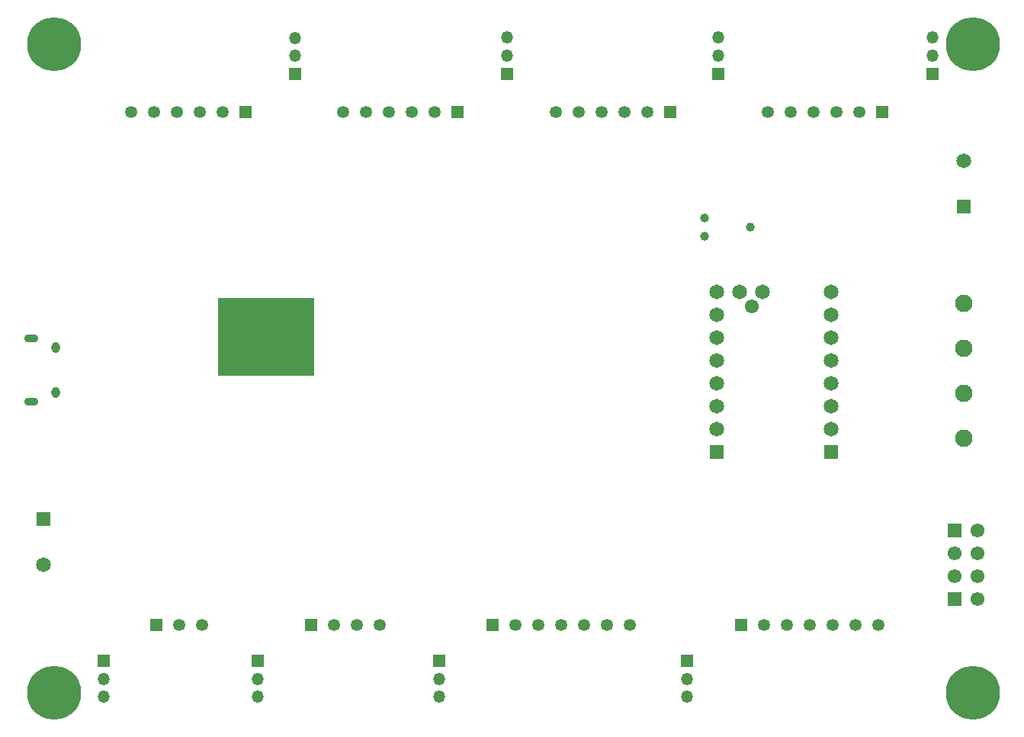
<source format=gbr>
%TF.GenerationSoftware,KiCad,Pcbnew,(5.1.10)-1*%
%TF.CreationDate,2021-08-30T20:13:54+03:00*%
%TF.ProjectId,STM32_Edge_Computing_Device,53544d33-325f-4456-9467-655f436f6d70,1.0*%
%TF.SameCoordinates,Original*%
%TF.FileFunction,Soldermask,Bot*%
%TF.FilePolarity,Negative*%
%FSLAX46Y46*%
G04 Gerber Fmt 4.6, Leading zero omitted, Abs format (unit mm)*
G04 Created by KiCad (PCBNEW (5.1.10)-1) date 2021-08-30 20:13:54*
%MOMM*%
%LPD*%
G01*
G04 APERTURE LIST*
%ADD10R,1.650000X1.650000*%
%ADD11C,1.650000*%
%ADD12R,10.700000X8.600000*%
%ADD13C,0.800000*%
%ADD14C,1.550000*%
%ADD15R,1.550000X1.550000*%
%ADD16R,1.350000X1.350000*%
%ADD17C,1.350000*%
%ADD18C,1.950000*%
%ADD19O,0.950000X1.250000*%
%ADD20O,1.550000X0.890000*%
%ADD21C,6.000000*%
%ADD22O,1.350000X1.350000*%
%ADD23C,0.990600*%
G04 APERTURE END LIST*
D10*
%TO.C,J10*%
X156970000Y-101050000D03*
D11*
X156970000Y-98510000D03*
X156970000Y-95970000D03*
X156970000Y-93430000D03*
X156970000Y-90890000D03*
X156970000Y-88350000D03*
X156970000Y-85810000D03*
X156970000Y-83270000D03*
%TD*%
D12*
%TO.C,U1*%
X94200000Y-88300000D03*
D13*
X90600000Y-84700000D03*
X91800000Y-84700000D03*
X93000000Y-84700000D03*
X94200000Y-84700000D03*
X95400000Y-84700000D03*
X96600000Y-84700000D03*
X90600000Y-85900000D03*
X91800000Y-85900000D03*
X93000000Y-85900000D03*
X94200000Y-85900000D03*
X95400000Y-85900000D03*
X96600000Y-85900000D03*
X90600000Y-87100000D03*
X91800000Y-87100000D03*
X93000000Y-87100000D03*
X94200000Y-87100000D03*
X95400000Y-87100000D03*
X96600000Y-87100000D03*
X90600000Y-88300000D03*
X91800000Y-88300000D03*
X93000000Y-88300000D03*
X94200000Y-88300000D03*
X95400000Y-88300000D03*
X96600000Y-88300000D03*
X90600000Y-89500000D03*
X91800000Y-89500000D03*
X93000000Y-89500000D03*
X94200000Y-89500000D03*
X95400000Y-89500000D03*
X96600000Y-89500000D03*
X90600000Y-90700000D03*
X91800000Y-90700000D03*
X93000000Y-90700000D03*
X94200000Y-90700000D03*
X95400000Y-90700000D03*
X96600000Y-90700000D03*
X89400000Y-85900000D03*
X89400000Y-90700000D03*
X89400000Y-89500000D03*
X89400000Y-88300000D03*
X89400000Y-84700000D03*
X89400000Y-87100000D03*
X97800000Y-85900000D03*
X97800000Y-90700000D03*
X97800000Y-89500000D03*
X97800000Y-88300000D03*
X97800000Y-84700000D03*
X97800000Y-87100000D03*
X90600000Y-91900000D03*
X95400000Y-91900000D03*
X94200000Y-91900000D03*
X93000000Y-91900000D03*
X89400000Y-91900000D03*
X91800000Y-91900000D03*
X97800000Y-91900000D03*
X96600000Y-91900000D03*
X99000000Y-87100000D03*
X99000000Y-84700000D03*
X99000000Y-90700000D03*
X99000000Y-85900000D03*
X99000000Y-91900000D03*
X99000000Y-88300000D03*
X99000000Y-89500000D03*
%TD*%
D11*
%TO.C,J13*%
X149350000Y-83270000D03*
X146810000Y-83270000D03*
%TD*%
D14*
%TO.C,J16*%
X173200000Y-109800000D03*
D15*
X170660000Y-109800000D03*
D14*
X173200000Y-112340000D03*
X170660000Y-112340000D03*
X173200000Y-114880000D03*
X170660000Y-114880000D03*
X173200000Y-117420000D03*
D15*
X170660000Y-117420000D03*
%TD*%
D16*
%TO.C,J17*%
X82048617Y-120280001D03*
D17*
X84588617Y-120280001D03*
X87128617Y-120280001D03*
%TD*%
D18*
%TO.C,J9*%
X171704000Y-99582000D03*
X171704000Y-94582000D03*
X171704000Y-89582000D03*
X171704000Y-84582000D03*
%TD*%
D16*
%TO.C,J18*%
X99242220Y-120280001D03*
D17*
X101782220Y-120280001D03*
X104322220Y-120280001D03*
X106862220Y-120280001D03*
%TD*%
D16*
%TO.C,J14*%
X119380000Y-120280001D03*
D17*
X121920000Y-120280001D03*
X124460000Y-120280001D03*
X127000000Y-120280001D03*
X129540000Y-120280001D03*
X132080000Y-120280001D03*
X134620000Y-120280001D03*
%TD*%
D19*
%TO.C,J2*%
X70850000Y-89502498D03*
X70850000Y-94502498D03*
D20*
X68150000Y-88502498D03*
X68150000Y-95502498D03*
%TD*%
D10*
%TO.C,J11*%
X144270000Y-101050000D03*
D11*
X144270000Y-98510000D03*
X144270000Y-95970000D03*
X144270000Y-93430000D03*
X144270000Y-90890000D03*
X144270000Y-88350000D03*
X144270000Y-85810000D03*
X144270000Y-83270000D03*
%TD*%
D16*
%TO.C,J15*%
X146939000Y-120280001D03*
D17*
X149479000Y-120280001D03*
X152019000Y-120280001D03*
X154559000Y-120280001D03*
X157099000Y-120280001D03*
X159639000Y-120280001D03*
X162179000Y-120280001D03*
%TD*%
%TO.C,J5*%
X79261609Y-63300000D03*
X81801609Y-63300000D03*
X84341609Y-63300000D03*
X86881609Y-63300000D03*
X89421609Y-63300000D03*
D16*
X91961609Y-63300000D03*
%TD*%
D17*
%TO.C,J6*%
X102806202Y-63300000D03*
X105346202Y-63300000D03*
X107886202Y-63300000D03*
X110426202Y-63300000D03*
X112966202Y-63300000D03*
D16*
X115506202Y-63300000D03*
%TD*%
D17*
%TO.C,J7*%
X126350795Y-63307000D03*
X128890795Y-63307000D03*
X131430795Y-63307000D03*
X133970795Y-63307000D03*
X136510795Y-63307000D03*
D16*
X139050795Y-63307000D03*
%TD*%
D17*
%TO.C,J8*%
X149895388Y-63307000D03*
X152435388Y-63307000D03*
X154975388Y-63307000D03*
X157515388Y-63307000D03*
X160055388Y-63307000D03*
D16*
X162595388Y-63307000D03*
%TD*%
D21*
%TO.C,H4*%
X172700000Y-127800000D03*
D13*
X174950000Y-127800000D03*
X174290990Y-129390990D03*
X172700000Y-130050000D03*
X171109010Y-129390990D03*
X170450000Y-127800000D03*
X171109010Y-126209010D03*
X172700000Y-125550000D03*
X174290990Y-126209010D03*
%TD*%
D21*
%TO.C,H3*%
X172700000Y-55800000D03*
D13*
X174950000Y-55800000D03*
X174290990Y-57390990D03*
X172700000Y-58050000D03*
X171109010Y-57390990D03*
X170450000Y-55800000D03*
X171109010Y-54209010D03*
X172700000Y-53550000D03*
X174290990Y-54209010D03*
%TD*%
D21*
%TO.C,H2*%
X70700000Y-127800000D03*
D13*
X72950000Y-127800000D03*
X72290990Y-129390990D03*
X70700000Y-130050000D03*
X69109010Y-129390990D03*
X68450000Y-127800000D03*
X69109010Y-126209010D03*
X70700000Y-125550000D03*
X72290990Y-126209010D03*
%TD*%
D21*
%TO.C,H1*%
X70700000Y-55800000D03*
D13*
X72950000Y-55800000D03*
X72290990Y-57390990D03*
X70700000Y-58050000D03*
X69109010Y-57390990D03*
X68450000Y-55800000D03*
X69109010Y-54209010D03*
X70700000Y-53550000D03*
X72290990Y-54209010D03*
%TD*%
D22*
%TO.C,JP6*%
X140950000Y-128300000D03*
X140950000Y-126300000D03*
D16*
X140950000Y-124300000D03*
%TD*%
D22*
%TO.C,JP8*%
X93300000Y-128300000D03*
X93300000Y-126300000D03*
D16*
X93300000Y-124300000D03*
%TD*%
%TO.C,JP1*%
X97400000Y-59100000D03*
D22*
X97400000Y-57100000D03*
X97400000Y-55100000D03*
%TD*%
%TO.C,JP5*%
X113450000Y-128300000D03*
X113450000Y-126300000D03*
D16*
X113450000Y-124300000D03*
%TD*%
%TO.C,JP2*%
X120950000Y-59050000D03*
D22*
X120950000Y-57050000D03*
X120950000Y-55050000D03*
%TD*%
%TO.C,JP7*%
X76200000Y-128300000D03*
X76200000Y-126300000D03*
D16*
X76200000Y-124300000D03*
%TD*%
%TO.C,JP3*%
X144450000Y-59050000D03*
D22*
X144450000Y-57050000D03*
X144450000Y-55050000D03*
%TD*%
D16*
%TO.C,JP4*%
X168200000Y-59050000D03*
D22*
X168200000Y-57050000D03*
X168200000Y-55050000D03*
%TD*%
D14*
%TO.C,J12*%
X148130000Y-84916720D03*
%TD*%
D23*
%TO.C,J4*%
X142860000Y-77116000D03*
X142860000Y-75084000D03*
X147940000Y-76100000D03*
%TD*%
D10*
%TO.C,J3*%
X171700000Y-73800000D03*
D11*
X171700000Y-68720000D03*
%TD*%
D10*
%TO.C,J1*%
X69450000Y-108550000D03*
D11*
X69450000Y-113630000D03*
%TD*%
M02*

</source>
